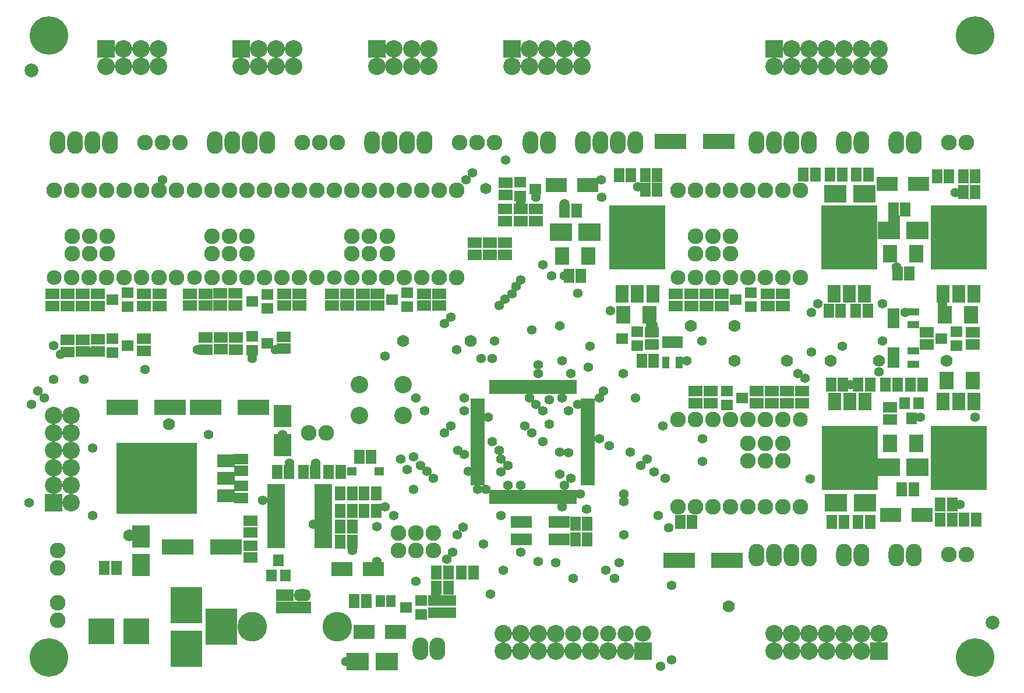
<source format=gbr>
%FSLAX23Y23*%
%MOIN*%
G04 EasyPC Gerber Version 13.0.2 Build 2807 *
%ADD167O,0.09000X0.13000*%
%ADD165R,0.02984X0.07906*%
%ADD179R,0.04000X0.07000*%
%ADD176R,0.05543X0.06819*%
%ADD175R,0.06000X0.06800*%
%ADD154R,0.06000X0.08000*%
%ADD161R,0.07500X0.10000*%
%ADD174R,0.08300X0.10000*%
%ADD159R,0.09874X0.12630*%
%ADD166R,0.18000X0.21000*%
%ADD162R,0.32000X0.37000*%
%ADD105R,0.10000X0.10000*%
%ADD156R,0.15000X0.15000*%
%ADD180C,0.05500*%
%ADD182C,0.06500*%
%ADD181C,0.07000*%
%ADD152C,0.07906*%
%ADD150C,0.08500*%
%ADD173O,0.10000X0.07000*%
%ADD164R,0.07906X0.02984*%
%ADD155R,0.10000X0.03500*%
%ADD178R,0.07000X0.04000*%
%ADD169R,0.05543X0.04756*%
%ADD168R,0.06800X0.06000*%
%ADD160R,0.08000X0.06000*%
%ADD171R,0.10000X0.07000*%
%ADD153R,0.12000X0.07000*%
%ADD158R,0.10000X0.07500*%
%ADD163R,0.12000X0.08000*%
%ADD157R,0.18000X0.09000*%
%ADD170R,0.12630X0.09874*%
%ADD151R,0.42000X0.41000*%
%ADD103C,0.09000*%
%ADD177C,0.09200*%
%ADD104C,0.10000*%
%ADD172C,0.17000*%
%ADD102C,0.22000*%
X0Y0D02*
D02*
D102*
X15378Y16249D03*
Y19811D03*
X20678Y16249D03*
Y19811D03*
D02*
D103*
X15409Y18924D03*
X15428Y16461D03*
Y16561D03*
Y16761D03*
Y16861D03*
X15509Y18424D03*
Y18924D03*
X15510Y18562D03*
Y18662D03*
X15609Y18424D03*
Y18924D03*
X15610Y18562D03*
Y18662D03*
X15709Y18424D03*
Y18924D03*
X15710Y18562D03*
Y18662D03*
X15809Y18424D03*
Y18924D03*
X15909Y18424D03*
Y18924D03*
X15928Y19199D03*
X16009Y18424D03*
Y18924D03*
X16028Y19199D03*
X16109Y18424D03*
Y18924D03*
X16128Y19199D03*
X16210Y18924D03*
X16310Y18924D03*
X16310Y18562D03*
X16310Y18424D03*
Y18662D03*
X16410Y18924D03*
X16410Y18662D03*
X16410Y18424D03*
Y18562D03*
X16510Y18924D03*
X16510Y18562D03*
Y18662D03*
X16510Y18424D03*
X16610Y18924D03*
X16610Y18424D03*
X16710Y18924D03*
X16710Y18424D03*
X16810Y18924D03*
X16810Y18424D03*
X16828Y19199D03*
X16865Y17536D03*
X16910Y18924D03*
X16910Y18424D03*
X16927Y19199D03*
X16965Y17536D03*
X17010Y18924D03*
X17028Y19199D03*
X17110Y18924D03*
X17110Y18424D03*
Y18562D03*
X17110Y18662D03*
X17210Y18924D03*
X17210Y18662D03*
X17210Y18424D03*
Y18562D03*
X17310Y18924D03*
X17310Y18424D03*
X17315Y18561D03*
Y18661D03*
X17378Y16861D03*
Y16961D03*
X17410Y18924D03*
X17410Y18424D03*
X17477Y16961D03*
X17478Y16861D03*
X17510Y18924D03*
X17510Y18424D03*
X17578Y16861D03*
X17578Y16961D03*
X17610Y18924D03*
X17610Y18424D03*
X17710Y18924D03*
X17710Y18424D03*
X17727Y19199D03*
X17828D03*
X17927D03*
X18977Y17111D03*
X18977Y17611D03*
X18978Y18924D03*
X19077Y17111D03*
X19078Y17611D03*
X19078Y18424D03*
Y18561D03*
Y18661D03*
Y18924D03*
X19177Y17111D03*
X19177Y17611D03*
Y18561D03*
X19178Y18424D03*
Y18661D03*
Y18924D03*
X19277Y17111D03*
X19278Y17611D03*
Y18661D03*
X19278Y18424D03*
Y18924D03*
X19278Y18561D03*
X19377Y17374D03*
X19377Y17111D03*
X19378Y17474D03*
Y17611D03*
X19378Y18924D03*
X19378Y18424D03*
X19477Y17111D03*
X19477Y17374D03*
Y17474D03*
Y17611D03*
X19478Y18424D03*
Y18924D03*
X19578Y17374D03*
Y17474D03*
Y17611D03*
X19578Y17111D03*
Y18424D03*
Y18924D03*
X19677Y17111D03*
X19678Y18424D03*
Y18924D03*
X20527Y16837D03*
X20528Y19199D03*
X20627Y16837D03*
X20628Y19199D03*
D02*
D104*
X15403Y17236D03*
Y17336D03*
Y17436D03*
Y17536D03*
Y17636D03*
X15503Y17136D03*
Y17236D03*
Y17336D03*
Y17436D03*
Y17536D03*
Y17636D03*
X15703Y19636D03*
X15803D03*
Y19736D03*
X15903Y19636D03*
Y19736D03*
X16003Y19636D03*
Y19736D03*
X16477Y19636D03*
X16578D03*
Y19736D03*
X16677Y19636D03*
Y19736D03*
X16778Y19636D03*
Y19736D03*
X17153Y17636D03*
Y17811D03*
X17253Y19636D03*
X17352D03*
Y19736D03*
X17403Y17636D03*
Y17811D03*
X17453Y19636D03*
Y19736D03*
X17552Y19636D03*
Y19736D03*
X17977Y16286D03*
Y16386D03*
X18028Y19636D03*
X18078Y16286D03*
Y16386D03*
X18128Y19636D03*
Y19736D03*
X18177Y16286D03*
Y16386D03*
X18227Y19636D03*
Y19736D03*
X18278Y16286D03*
Y16386D03*
X18328Y19636D03*
Y19736D03*
X18378Y16286D03*
X18427Y19636D03*
Y19736D03*
X18477Y16286D03*
X18578D03*
X18677D03*
X19528Y19636D03*
X19528Y16284D03*
Y16384D03*
X19628Y19636D03*
Y19736D03*
X19628Y16284D03*
Y16384D03*
X19727Y19636D03*
Y19736D03*
X19728Y16284D03*
Y16384D03*
X19828Y19636D03*
Y19736D03*
X19828Y16284D03*
Y16384D03*
X19927Y19636D03*
Y19736D03*
X19928Y16284D03*
Y16384D03*
X20028Y19636D03*
Y19736D03*
X20028Y16284D03*
Y16384D03*
X20128Y19636D03*
Y19736D03*
X20128Y16384D03*
D02*
D105*
X15403Y17136D03*
X15703Y19736D03*
X16477D03*
X17253D03*
X18028D03*
X18778Y16286D03*
X19528Y19736D03*
X20128Y16284D03*
D02*
D150*
X15409Y18424D03*
X16210Y18424D03*
X17010D03*
X18978Y18424D03*
X19677Y17611D03*
D02*
D151*
X15974Y17274D03*
X16015Y17274D03*
D02*
D152*
X15278Y19611D03*
X20778Y16449D03*
D02*
D153*
X18081Y16924D03*
Y17024D03*
X18298Y16924D03*
Y17024D03*
D02*
D154*
X15696Y16762D03*
X15764D03*
X16683Y17312D03*
X16752D03*
X16833D03*
X16902D03*
X16978Y17311D03*
X17044Y17089D03*
X17044Y17189D03*
X17046Y16912D03*
Y16999D03*
X17047Y17311D03*
X17113Y17089D03*
X17113Y17189D03*
X17114Y16912D03*
Y16999D03*
X17126Y16571D03*
X17153Y17398D03*
X17182Y17089D03*
Y17189D03*
X17194Y16571D03*
X17222Y17398D03*
X17251Y17089D03*
Y17189D03*
X17595Y16734D03*
X17596Y16649D03*
X17664Y16734D03*
X17664Y16649D03*
X17738Y16734D03*
X17807D03*
X18328Y18808D03*
X18353Y18436D03*
X18390Y17013D03*
X18391Y16923D03*
X18397Y18808D03*
X18422Y18436D03*
X18459Y17013D03*
X18459Y16923D03*
X18640Y19011D03*
X18709D03*
X18771Y17949D03*
X18790Y18928D03*
X18791Y19011D03*
X18839Y17949D03*
X18859Y18928D03*
X18859Y19011D03*
X18991Y17023D03*
X19059D03*
X19694Y19015D03*
X19763D03*
X19841Y18236D03*
X19848Y19016D03*
X19853Y17811D03*
X19858Y17024D03*
X19909Y18236D03*
X19917Y19016D03*
X19922Y17811D03*
X19927Y17024D03*
X19996Y18236D03*
X19998Y19016D03*
X20008Y17024D03*
Y17812D03*
X20065Y18236D03*
X20067Y19016D03*
X20077Y17024D03*
Y17812D03*
X20166Y17811D03*
X20211Y18816D03*
X20233Y18449D03*
X20234Y17811D03*
X20258Y17212D03*
X20279Y18816D03*
X20302Y18449D03*
X20308Y17812D03*
X20327Y17212D03*
X20377Y17812D03*
X20460Y19004D03*
X20478Y17037D03*
Y17125D03*
X20529Y19004D03*
X20547Y17037D03*
Y17125D03*
X20610Y19004D03*
X20611Y18916D03*
X20615Y17037D03*
X20679Y19004D03*
X20679Y18916D03*
X20684Y17037D03*
D02*
D155*
X16677Y16892D03*
Y16918D03*
Y16944D03*
Y16969D03*
Y16995D03*
Y17020D03*
Y17046D03*
Y17072D03*
Y17097D03*
Y17123D03*
Y17148D03*
Y17174D03*
Y17200D03*
Y17225D03*
X16947Y16892D03*
Y16918D03*
Y16944D03*
Y16969D03*
Y16995D03*
Y17020D03*
Y17046D03*
Y17072D03*
Y17097D03*
Y17123D03*
Y17148D03*
Y17174D03*
Y17200D03*
Y17225D03*
D02*
D156*
X15678Y16399D03*
X15878D03*
D02*
D157*
X15798Y17681D03*
X16072D03*
X16116Y16881D03*
X16273Y17681D03*
X16391Y16881D03*
X16547Y17681D03*
X18935Y19206D03*
X18983Y16804D03*
X19210Y19206D03*
X19258Y16804D03*
D02*
D158*
X16390Y17174D03*
Y17274D03*
Y17374D03*
D02*
D159*
X15906Y16777D03*
Y16942D03*
X16713Y17466D03*
Y17631D03*
D02*
D160*
X15397Y18262D03*
Y18331D03*
X15485Y18262D03*
Y18331D03*
X15486Y17999D03*
Y18068D03*
X15570Y18001D03*
Y18069D03*
X15572Y18262D03*
Y18331D03*
X15658Y18262D03*
Y18331D03*
X15658Y18002D03*
Y18071D03*
X15922Y18004D03*
Y18073D03*
X15922Y18262D03*
Y18331D03*
X16010Y18262D03*
Y18331D03*
X16185Y18263D03*
Y18331D03*
X16273Y18263D03*
Y18331D03*
X16273Y18012D03*
Y18081D03*
X16359Y18264D03*
Y18333D03*
X16361Y18013D03*
Y18082D03*
X16445Y18264D03*
Y18333D03*
X16448Y18012D03*
Y18081D03*
X16477Y17317D03*
Y17386D03*
X16478Y17162D03*
Y17231D03*
X16532Y16820D03*
Y16889D03*
Y16964D03*
Y17032D03*
X16722Y18017D03*
Y18086D03*
X16723Y18263D03*
Y18331D03*
X16810Y18263D03*
Y18331D03*
X16998Y18263D03*
Y18331D03*
X17085Y18263D03*
Y18331D03*
X17173Y18263D03*
Y18331D03*
X17259Y18263D03*
Y18331D03*
X17523Y18263D03*
Y18331D03*
X17589Y16504D03*
Y16573D03*
X17610Y18263D03*
Y18331D03*
X17668Y16504D03*
Y16573D03*
X17814Y18554D03*
Y18623D03*
X17902Y18554D03*
Y18623D03*
X17987Y18749D03*
Y18818D03*
X17989Y18554D03*
Y18623D03*
X17990Y18898D03*
Y18967D03*
X18078Y18749D03*
Y18818D03*
X18163Y18749D03*
Y18818D03*
X18827Y18042D03*
Y18111D03*
X18966Y18262D03*
Y18331D03*
X19053Y18262D03*
Y18331D03*
X19077Y17704D03*
Y17773D03*
X19141Y18262D03*
Y18331D03*
X19164Y17704D03*
Y17773D03*
X19227Y18262D03*
Y18331D03*
X19428Y17704D03*
Y17773D03*
X19491Y18262D03*
Y18331D03*
X19514Y17704D03*
Y17773D03*
X19578Y18262D03*
Y18331D03*
X19602Y17704D03*
Y17773D03*
X19689Y17704D03*
Y17773D03*
X20191Y17612D03*
Y17681D03*
X20402Y18042D03*
Y18111D03*
X20664Y18042D03*
Y18111D03*
D02*
D161*
X18658Y18331D03*
X18745Y18331D03*
X18833Y18331D03*
X19870D03*
X19873Y17716D03*
X19958Y18331D03*
X19960Y17716D03*
X20045Y18331D03*
X20048Y17716D03*
X20495Y18331D03*
X20496Y17716D03*
X20583Y18331D03*
X20583Y17716D03*
X20670Y18331D03*
X20671Y17716D03*
D02*
D162*
X18745Y18656D03*
X19958D03*
X19960Y17391D03*
X20583Y18656D03*
X20583Y17391D03*
D02*
D163*
X17055Y16756D03*
X17180Y16394D03*
X17235Y16756D03*
X17360Y16394D03*
X18280Y18954D03*
X18460D03*
X20175Y18961D03*
X20195Y17066D03*
X20355Y18961D03*
X20375Y17066D03*
D02*
D164*
X17832Y17247D03*
Y17267D03*
Y17286D03*
Y17306D03*
Y17326D03*
Y17345D03*
Y17365D03*
Y17385D03*
Y17404D03*
Y17424D03*
Y17444D03*
Y17464D03*
Y17483D03*
Y17503D03*
Y17523D03*
Y17542D03*
Y17562D03*
Y17582D03*
Y17601D03*
Y17621D03*
Y17641D03*
Y17660D03*
Y17680D03*
Y17700D03*
Y17719D03*
X18461Y17247D03*
Y17267D03*
Y17286D03*
Y17306D03*
Y17326D03*
Y17345D03*
Y17365D03*
Y17385D03*
Y17404D03*
Y17424D03*
Y17444D03*
Y17464D03*
Y17483D03*
Y17503D03*
Y17523D03*
Y17542D03*
Y17562D03*
Y17582D03*
Y17601D03*
Y17621D03*
Y17641D03*
Y17660D03*
Y17680D03*
Y17700D03*
Y17719D03*
D02*
D165*
X17910Y17168D03*
Y17798D03*
X17930Y17168D03*
Y17798D03*
X17950Y17168D03*
Y17798D03*
X17969Y17168D03*
Y17798D03*
X17989Y17168D03*
Y17798D03*
X18009Y17168D03*
Y17798D03*
X18028Y17168D03*
Y17798D03*
X18048Y17168D03*
Y17798D03*
X18068Y17168D03*
Y17798D03*
X18087Y17168D03*
Y17798D03*
X18107Y17168D03*
Y17798D03*
X18127Y17168D03*
Y17798D03*
X18146Y17168D03*
Y17798D03*
X18166Y17168D03*
Y17798D03*
X18186Y17168D03*
Y17798D03*
X18206Y17168D03*
Y17798D03*
X18225Y17168D03*
Y17798D03*
X18245Y17168D03*
Y17798D03*
X18265Y17168D03*
Y17798D03*
X18284Y17168D03*
Y17798D03*
X18304Y17168D03*
Y17798D03*
X18324Y17168D03*
Y17798D03*
X18343Y17168D03*
Y17798D03*
X18363Y17168D03*
Y17798D03*
X18383Y17168D03*
Y17798D03*
D02*
D166*
X16165Y16299D03*
Y16549D03*
X16365Y16424D03*
D02*
D167*
X15428Y19199D03*
X15528D03*
X15628D03*
X15727D03*
X16328Y19199D03*
X16428D03*
X16528D03*
X16628D03*
X17227Y19199D03*
X17328D03*
X17427D03*
X17503Y16299D03*
X17528Y19199D03*
X17602Y16299D03*
X18133Y19197D03*
X18233D03*
X18433D03*
X18533D03*
X18633D03*
X18733D03*
X19427Y16836D03*
Y19199D03*
X19528Y16836D03*
Y19199D03*
X19628Y16836D03*
Y19199D03*
X19727Y16836D03*
Y19199D03*
X19927Y16836D03*
X19927Y19199D03*
X20027Y16836D03*
X20028Y19199D03*
X20227Y16836D03*
Y19199D03*
X20328Y16836D03*
Y19199D03*
D02*
D168*
X15740Y18299D03*
X15742Y17996D03*
Y18076D03*
X15827Y18259D03*
Y18339D03*
X15829Y18036D03*
X16541Y18287D03*
X16542Y18009D03*
Y18089D03*
X16628Y18247D03*
Y18327D03*
X16629Y18049D03*
X17341Y18299D03*
X17421Y16536D03*
X17428Y18259D03*
Y18339D03*
X17508Y16496D03*
Y16576D03*
X18073Y18890D03*
Y18970D03*
X18160Y18930D03*
X18658Y18074D03*
X18745Y18034D03*
Y18114D03*
X19259Y17696D03*
Y17776D03*
X19309Y18299D03*
X19346Y17736D03*
X19395Y18259D03*
Y18339D03*
X20484Y18074D03*
X20570Y18034D03*
Y18114D03*
D02*
D169*
X17110Y17313D03*
X17268D03*
D02*
D170*
X17145Y16226D03*
X17310D03*
X18307Y18684D03*
X18472D03*
X19878Y18906D03*
X19882Y17134D03*
X20043Y18906D03*
X20047Y17134D03*
X20183Y17339D03*
Y18696D03*
X20348Y17339D03*
Y18696D03*
D02*
D171*
X16727Y16533D03*
Y16604D03*
X16828Y16533D03*
D02*
D172*
X16540Y16424D03*
X17028D03*
D02*
D173*
X16828Y16604D03*
D02*
D174*
X18315Y18549D03*
X18465D03*
X18665Y18211D03*
X18815D03*
X20190Y17474D03*
Y18561D03*
X20340Y17474D03*
Y18561D03*
X20503Y18211D03*
X20513Y17836D03*
X20653Y18211D03*
X20663Y17836D03*
D02*
D175*
X16650Y16718D03*
X16690Y16805D03*
X16730Y16718D03*
X20275Y17704D03*
X20315Y17617D03*
X20355Y17704D03*
D02*
D176*
X17273Y16571D03*
X17333D03*
D02*
D177*
X18378Y16386D03*
X18477D03*
X18578D03*
X18677D03*
X18778D03*
D02*
D178*
X20210Y17929D03*
Y18004D03*
Y18154D03*
Y18229D03*
X20210Y17965D03*
Y18190D03*
X20325Y17929D03*
Y18004D03*
Y18154D03*
Y18229D03*
D02*
D179*
X18908Y17939D03*
Y18054D03*
X18944Y18054D03*
X18983Y17939D03*
Y18054D03*
D02*
D180*
X15265Y17136D03*
X15278Y17699D03*
X15315Y17774D03*
X15352Y17736D03*
X15403Y17841D03*
Y18036D03*
X15443Y17986D03*
X15578Y17841D03*
X15615Y17999D03*
X15628Y17061D03*
Y17449D03*
X15928Y17899D03*
X16028Y18986D03*
X16227Y18011D03*
X16290Y17524D03*
X16540Y17961D03*
X16602Y17149D03*
X16673Y18011D03*
X16715Y17524D03*
X16753Y17361D03*
X16890Y17011D03*
X16903Y17361D03*
X17078Y16224D03*
X17115Y16861D03*
X17253Y16799D03*
Y16999D03*
X17302Y17111D03*
Y17976D03*
X17352Y17061D03*
X17390Y17386D03*
X17427Y17324D03*
X17465Y17211D03*
Y17397D03*
X17477Y16686D03*
Y17736D03*
X17503Y17349D03*
X17528Y17661D03*
X17540Y17316D03*
X17578Y17274D03*
X17590Y16611D03*
X17640Y17536D03*
Y18161D03*
X17653Y16811D03*
X17677Y17574D03*
Y18199D03*
X17688Y16851D03*
X17710Y18011D03*
X17713Y16951D03*
X17718Y17436D03*
X17748Y16996D03*
X17753Y17411D03*
Y17661D03*
Y17736D03*
X17765Y18986D03*
X17778Y17316D03*
X17802Y19024D03*
X17832Y17211D03*
X17852Y17961D03*
X17865Y16899D03*
X17878Y17211D03*
X17890Y17624D03*
X17903Y16611D03*
X17915Y17486D03*
Y17961D03*
X17927Y18061D03*
X17953Y17436D03*
Y18266D03*
X17965Y17061D03*
Y17311D03*
Y17386D03*
X17977Y16749D03*
X17988Y18301D03*
X17990Y19099D03*
X18003Y17236D03*
Y17349D03*
X18028Y18331D03*
X18052Y18374D03*
X18078Y16851D03*
Y17236D03*
Y18411D03*
Y18849D03*
X18102Y17574D03*
X18128Y17736D03*
X18140Y17536D03*
Y18124D03*
X18165Y17699D03*
Y18886D03*
X18177Y16799D03*
Y17874D03*
Y17924D03*
X18203Y17486D03*
Y17661D03*
Y18499D03*
X18240Y17586D03*
Y17724D03*
X18253Y18436D03*
X18278Y16791D03*
X18302Y17299D03*
Y17424D03*
Y18149D03*
X18315Y17111D03*
Y17736D03*
Y17949D03*
X18328Y17236D03*
Y18436D03*
Y18849D03*
X18352Y17421D03*
Y17661D03*
X18365Y17274D03*
Y17874D03*
X18378Y16701D03*
X18403Y17699D03*
Y18336D03*
X18418Y17186D03*
X18453Y17099D03*
X18465Y17911D03*
X18473Y18031D03*
X18528Y17501D03*
Y17736D03*
X18539Y18984D03*
X18541Y18886D03*
X18552Y17774D03*
X18565Y16749D03*
X18583Y17461D03*
X18591Y18235D03*
X18613Y16701D03*
X18642Y16791D03*
X18665Y17874D03*
X18668Y16951D03*
Y17141D03*
Y17186D03*
X18703Y17426D03*
X18733Y17736D03*
X18747Y18946D03*
X18765Y17349D03*
X18802Y17386D03*
X18840Y17311D03*
X18865Y17061D03*
X18878Y16199D03*
X18890Y17574D03*
X18903Y17274D03*
X18923Y16991D03*
X18940Y16236D03*
Y16661D03*
X19028Y17949D03*
X19113Y18061D03*
X19118Y17371D03*
Y17501D03*
X19665Y17874D03*
X19703Y17849D03*
X19733Y17271D03*
X19740Y17999D03*
Y18224D03*
X19778Y18274D03*
X19918Y18031D03*
X19965Y17811D03*
X20128Y17886D03*
X20148Y18061D03*
Y18274D03*
X20227Y18486D03*
X20278Y18224D03*
X20365Y17624D03*
X20490Y18274D03*
X20565Y18911D03*
X20590Y17124D03*
X20678Y17624D03*
D02*
D181*
X15837Y16948D03*
X16065Y17586D03*
X17403Y18061D03*
X17790D03*
X18828Y18149D03*
X19052D03*
X19267Y16541D03*
X19302Y17949D03*
Y18149D03*
X19602Y17949D03*
X19852D03*
X20128D03*
X20215Y18761D03*
X20515Y17949D03*
D02*
D182*
X17878Y18936D03*
X0Y0D02*
M02*

</source>
